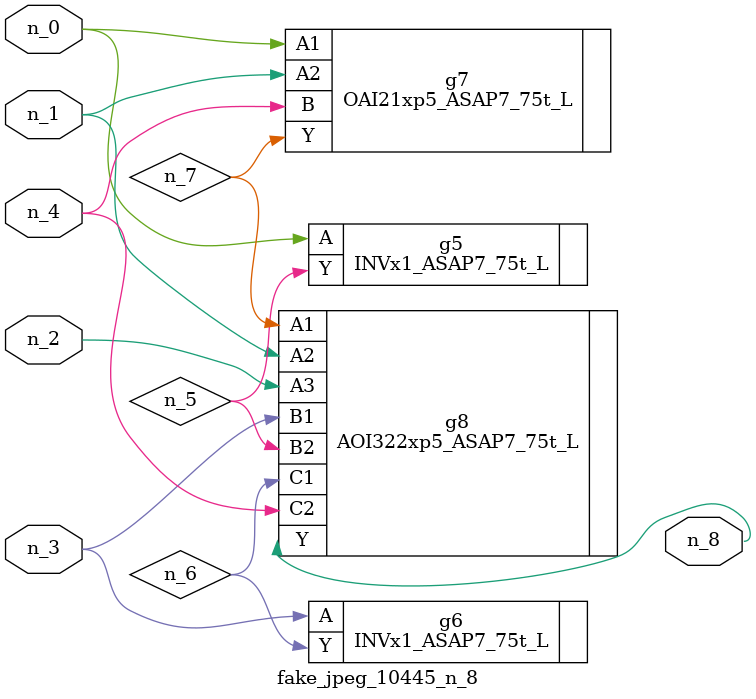
<source format=v>
module fake_jpeg_10445_n_8 (n_3, n_2, n_1, n_0, n_4, n_8);

input n_3;
input n_2;
input n_1;
input n_0;
input n_4;

output n_8;

wire n_6;
wire n_5;
wire n_7;

INVx1_ASAP7_75t_L g5 ( 
.A(n_0),
.Y(n_5)
);

INVx1_ASAP7_75t_L g6 ( 
.A(n_3),
.Y(n_6)
);

OAI21xp5_ASAP7_75t_L g7 ( 
.A1(n_0),
.A2(n_1),
.B(n_4),
.Y(n_7)
);

AOI322xp5_ASAP7_75t_L g8 ( 
.A1(n_7),
.A2(n_1),
.A3(n_2),
.B1(n_3),
.B2(n_5),
.C1(n_6),
.C2(n_4),
.Y(n_8)
);


endmodule
</source>
